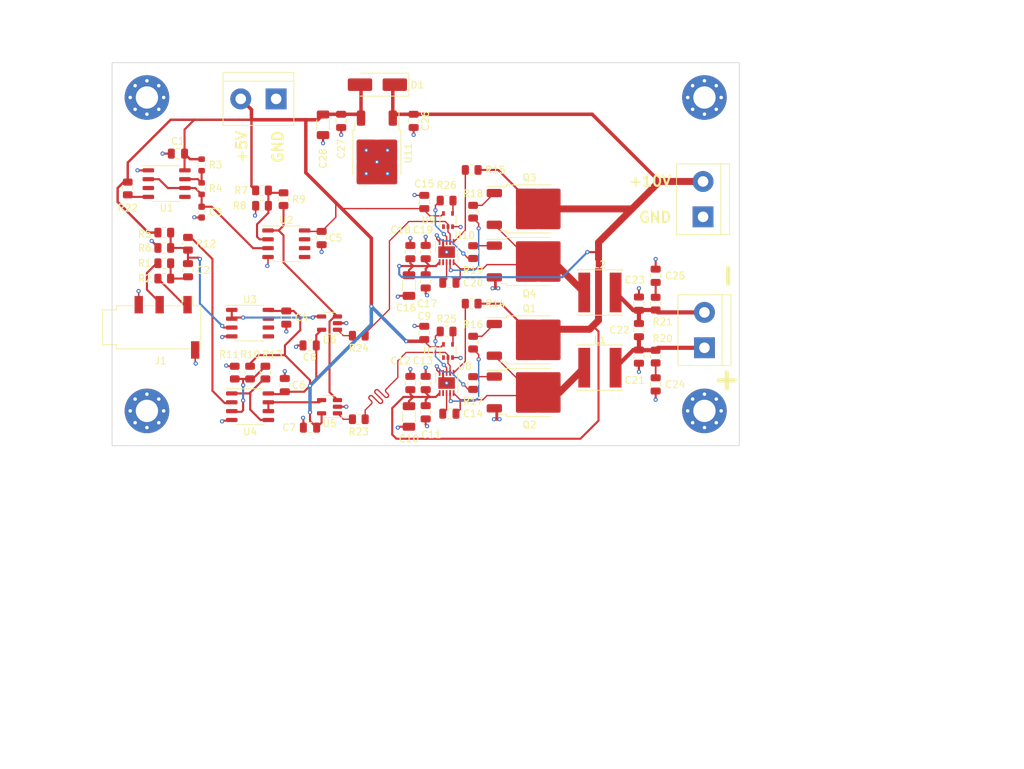
<source format=kicad_pcb>
(kicad_pcb (version 20221018) (generator pcbnew)
  (layers (0 "F.Cu" signal) (1 "In1.Cu" signal) (2 "In2.Cu" signal) (31 "B.Cu" signal) (34 "B.Paste" user) (35 "F.Paste" user) (36 "B.SilkS" user "B.Silkscreen") (37 "F.SilkS" user "F.Silkscreen") (38 "B.Mask" user) (39 "F.Mask" user) (44 "Edge.Cuts" user))
  (net 0 "")
  (net 1 "+5V")
  (net 2 "GND")
  (net 3 "Net-(C2-Pad1)")
  (net 4 "Net-(U4A-+)")
  (net 5 "Net-(U1-THR)")
  (net 6 "+10V")
  (net 7 "Net-(U8-VB)")
  (net 8 "Net-(U10-VB)")
  (net 9 "/OUT+")
  (net 10 "/OUT-")
  (net 11 "Net-(C24-Pad2)")
  (net 12 "Net-(C25-Pad1)")
  (net 13 "Net-(J1-PadR1)")
  (net 14 "Net-(J1-PadT)")
  (net 15 "Net-(Q1-G)")
  (net 16 "Net-(Q2-G)")
  (net 17 "Net-(Q3-G)")
  (net 18 "Net-(Q4-G)")
  (net 19 "Net-(U1-DIS)")
  (net 20 "Net-(U2A--)")
  (net 21 "/TRIANGLE")
  (net 22 "Net-(U3A-+)")
  (net 23 "Net-(U3A--)")
  (net 24 "Net-(U4B-+)")
  (net 25 "/Half Bridge Driver Left/EN")
  (net 26 "/Half Bridge Driver Right/EN")
  (net 27 "Net-(U8-HO)")
  (net 28 "Net-(U8-LO)")
  (net 29 "Net-(U10-HO)")
  (net 30 "Net-(U10-LO)")
  (net 39 "Net-(U4A--)")
  (net 40 "Net-(U4B--)")
  (net 41 "/Half Bridge Driver Left/PWM")
  (net 42 "/Half Bridge Driver Right/PWM")
  (net 43 "Net-(U8-LIN)")
  (net 45 "Net-(U10-LIN)")
  (net 47 "/LOAD+")
  (net 48 "/LOAD-")
  (net 49 "Net-(U1-R)")
  (net 50 "Net-(R23-Pad1)")
  (net 51 "Net-(R24-Pad1)")
  (net 52 "Net-(R25-Pad1)")
  (net 53 "Net-(R26-Pad1)")
  (footprint "Capacitor_SMD:C_0805_2012Metric" (layer "F.Cu") (at 145 110 90)
    (fp_text reference "C13")
    (fp_text value "100nF" hide)
  )
  (footprint "Capacitor_SMD:C_0805_2012Metric" (layer "F.Cu") (at 148.4 114.4)
    (fp_text reference "C14")
    (fp_text value "330nF" hide)
  )
  (footprint "Capacitor_SMD:C_0805_2012Metric" (layer "F.Cu") (at 124.7825 110.3 90)
    (fp_text reference "C6")
    (fp_text value "100nF" hide)
  )
  (footprint "Package_DFN_QFN:DFN-10-1EP_3x3mm_P0.5mm_EP1.65x2.38mm" (layer "F.Cu") (at 148 110 90)
    (fp_text reference "U8")
    (fp_text value "DGD05473" hide)
  )
  (footprint "Resistor_SMD:R_0805_2012Metric" (layer "F.Cu") (at 178 98.6 90)
    (fp_text reference "R21")
    (fp_text value "9R1" hide)
  )
  (footprint "Package_TO_SOT_SMD:TO-252-2" (layer "F.Cu") (at 159.89 111.35)
    (fp_text reference "Q2")
    (fp_text value "IRFR4615TRLPBF" hide)
  )
  (footprint "Resistor_SMD:R_0805_2012Metric" (layer "F.Cu") (at 178 106.2 90)
    (fp_text reference "R20")
    (fp_text value "9R1" hide)
  )
  (footprint "Resistor_SMD:R_0805_2012Metric" (layer "F.Cu") (at 122 108.5 -90)
    (fp_text reference "R13")
    (fp_text value "100K" hide)
  )
  (footprint "Capacitor_SMD:C_0805_2012Metric" (layer "F.Cu") (at 178 94.6 90)
    (fp_text reference "C25")
    (fp_text value "100nF" hide)
  )
  (footprint "Resistor_SMD:R_0805_2012Metric" (layer "F.Cu") (at 151.8 85.4 90)
    (fp_text reference "R18")
    (fp_text value "9R1" hide)
  )
  (footprint "MountingHole:MountingHole_3.2mm_M3_Pad_Via" (layer "F.Cu") (at 185 114)
    (fp_text reference "H3" hide)
    (fp_text value "MountingHole_Pad" hide)
  )
  (footprint "Capacitor_SMD:C_0805_2012Metric" (layer "F.Cu") (at 175.6 106.2 90)
    (fp_text reference "C21")
    (fp_text value "22nF" hide)
  )
  (footprint "Resistor_SMD:R_0805_2012Metric" (layer "F.Cu") (at 124.6 83.6 -90)
    (fp_text reference "R9")
    (fp_text value "100K" hide)
  )
  (footprint "Capacitor_SMD:C_0805_2012Metric" (layer "F.Cu") (at 128.35 104.6 180)
    (fp_text reference "C8")
    (fp_text value "100nF" hide)
  )
  (footprint "Capacitor_SMD:C_0805_2012Metric" (layer "F.Cu") (at 148.4 95.6)
    (fp_text reference "C20")
    (fp_text value "330nF" hide)
  )
  (footprint "Package_TO_SOT_SMD:SOT-23-5" (layer "F.Cu") (at 131.2 101.4 180)
    (fp_text reference "U6")
    (fp_text value "TLV3201" hide)
  )
  (footprint "Resistor_SMD:R_0805_2012Metric" (layer "F.Cu") (at 102.247893 82.06 -90)
    (fp_text reference "R22")
    (fp_text value "10K" hide)
  )
  (footprint "TerminalBlock:TerminalBlock_bornier-2_P5.08mm" (layer "F.Cu") (at 123.54 69.2 180)
    (fp_text reference "J2" hide)
    (fp_text value "WJ500V-5.08-2P" hide)
  )
  (footprint "Resistor_SMD:R_0805_2012Metric" (layer "F.Cu") (at 151.8 91.2 90)
    (fp_text reference "R19")
    (fp_text value "9R1" hide)
  )
  (footprint "Capacitor_SMD:C_0805_2012Metric" (layer "F.Cu") (at 128.4 116.4 180)
    (fp_text reference "C7")
    (fp_text value "100nF" hide)
  )
  (footprint "Capacitor_SMD:C_0805_2012Metric" (layer "F.Cu") (at 145 95.4 -90)
    (fp_text reference "C17")
    (fp_text value "100nF" hide)
  )
  (footprint "Resistor_SMD:R_0805_2012Metric" (layer "F.Cu") (at 151.8 104.2 90)
    (fp_text reference "R16")
    (fp_text value "9R1" hide)
  )
  (footprint "Resistor_SMD:R_0805_2012Metric" (layer "F.Cu") (at 107.4875 95)
    (fp_text reference "R2")
    (fp_text value "100R" hide)
  )
  (footprint "MountingHole:MountingHole_3.2mm_M3_Pad_Via" (layer "F.Cu") (at 105 69)
    (fp_text reference "H1" hide)
    (fp_text value "MountingHole_Pad" hide)
  )
  (footprint "Resistor_SMD:R_0805_2012Metric" (layer "F.Cu") (at 107.4875 88.4)
    (fp_text reference "R5")
    (fp_text value "10K" hide)
  )
  (footprint "Capacitor_SMD:C_0805_2012Metric" (layer "F.Cu") (at 143.27 72.36 -90)
    (fp_text reference "C26")
    (fp_text value "330nF" hide)
  )
  (footprint "Capacitor_SMD:C_0805_2012Metric" (layer "F.Cu") (at 175.6 102.4 90)
    (fp_text reference "C22")
    (fp_text value "330nF" hide)
  )
  (footprint "Resistor_SMD:R_0603_1608Metric" (layer "F.Cu") (at 112.847893 82.085 -90)
    (fp_text reference "R4")
    (fp_text value "100K" hide)
  )
  (footprint "Capacitor_SMD:C_0805_2012Metric" (layer "F.Cu") (at 125 100.6 -90)
    (fp_text reference "C4")
    (fp_text value "100nF" hide)
  )
  (footprint "Capacitor_SMD:C_0805_2012Metric" (layer "F.Cu") (at 175.6 98.6 90)
    (fp_text reference "C23")
    (fp_text value "22nF" hide)
  )
  (footprint "Package_TO_SOT_SMD:TO-252-2" (layer "F.Cu") (at 159.89 85)
    (fp_text reference "Q3")
    (fp_text value "IRFR4615TRLPBF" hide)
  )
  (footprint "Resistor_SMD:R_0805_2012Metric" (layer "F.Cu") (at 135.4 103.2)
    (fp_text reference "R24")
    (fp_text value "50R" hide)
  )
  (footprint "Resistor_SMD:R_0805_2012Metric" (layer "F.Cu") (at 148 83.8 180)
    (fp_text reference "R26")
    (fp_text value "50R" hide)
  )
  (footprint "MountingHole:MountingHole_3.2mm_M3_Pad_Via" (layer "F.Cu") (at 105 114)
    (fp_text reference "H4" hide)
    (fp_text value "MountingHole_Pad" hide)
  )
  (footprint "Capacitor_SMD:C_1206_3216Metric" (layer "F.Cu") (at 142.6 96 -90)
    (fp_text reference "C16")
    (fp_text value "4.7uF" hide)
  )
  (footprint "Package_TO_SOT_SMD:SOT-23-5" (layer "F.Cu") (at 131.2 113.4 180)
    (fp_text reference "U5")
    (fp_text value "TLV3201" hide)
  )
  (footprint "Resistor_SMD:R_0805_2012Metric" (layer "F.Cu") (at 148 102.6 180)
    (fp_text reference "R25")
    (fp_text value "50R" hide)
  )
  (footprint "Resistor_SMD:R_0805_2012Metric" (layer "F.Cu") (at 135.4 115.2)
    (fp_text reference "R23")
    (fp_text value "50R" hide)
  )
  (footprint "Resistor_SMD:R_0805_2012Metric" (layer "F.Cu") (at 117.6 108.5 90)
    (fp_text reference "R11")
    (fp_text value "10K" hide)
  )
  (footprint "TerminalBlock:TerminalBlock_bornier-2_P5.08mm" (layer "F.Cu") (at 184.8 86.14 90)
    (fp_text reference "J3" hide)
    (fp_text value "WJ500V-5.08-2P" hide)
  )
  (footprint "MountingHole:MountingHole_3.2mm_M3_Pad_Via" (layer "F.Cu") (at 185 69)
    (fp_text reference "H2" hide)
    (fp_text value "MountingHole_Pad" hide)
  )
  (footprint "Capacitor_SMD:C_1206_3216Metric" (layer "F.Cu") (at 142.6 114.8 -90)
    (fp_text reference "C10")
    (fp_text value "4.7uF" hide)
  )
  (footprint "Capacitor_SMD:C_0805_2012Metric" (layer "F.Cu") (at 142.8 91.2 90)
    (fp_text reference "C18")
    (fp_text value "100nF" hide)
  )
  (footprint "Capacitor_SMD:C_0805_2012Metric" (layer "F.Cu") (at 144.8 84 90)
    (fp_text reference "C15")
    (fp_text value "100nF" hide)
  )
  (footprint "Inductor_SMD:L_Sunlord_SWPA6045S" (layer "F.Cu") (at 170 107.8)
    (fp_text reference "L1")
    (fp_text value "22uH" hide)
  )
  (footprint "Resistor_SMD:R_0805_2012Metric" (layer "F.Cu") (at 119.8 108.5 -90)
    (fp_text reference "R10")
    (fp_text value "10K" hide)
  )
  (footprint "Resistor_SMD:R_0805_2012Metric" (layer "F.Cu") (at 107.4875 90.6 180)
    (fp_text reference "R6")
    (fp_text value "10K" hide)
  )
  (footprint "Diode_SMD:D_SMA_Handsoldering" (layer "F.Cu") (at 138.07 67.16 180)
    (fp_text reference "D1")
    (fp_text value "SS54" hide)
  )
  (footprint "Resistor_SMD:R_0805_2012Metric" (layer "F.Cu") (at 151.8 110 90)
    (fp_text reference "R17")
    (fp_text value "9R1" hide)
  )
  (footprint "Package_TO_SOT_SMD:TO-252-2" (layer "F.Cu") (at 159.89 103.8)
    (fp_text reference "Q1")
    (fp_text value "IRFR4615TRLPBF" hide)
  )
  (footprint "Package_TO_SOT_SMD:SOT-353_SC-70-5" (layer "F.Cu") (at 148.2 86.6 90)
    (fp_text reference "U9")
    (fp_text value "74LVC1G04SE" hide)
  )
  (footprint "Package_SO:SOP-8_3.9x4.9mm_P1.27mm" (layer "F.Cu") (at 119.8 113.4)
    (fp_text reference "U4")
    (fp_text value "COS2353SR" hide)
  )
  (footprint "Package_TO_SOT_SMD:SOT-353_SC-70-5" (layer "F.Cu") (at 148.2 105.4 90)
    (fp_text reference "U7")
    (fp_text value "74LVC1G04SE" hide)
  )
  (footprint "Resistor_SMD:R_0805_2012Metric" (layer "F.Cu") (at 121.5125 82.34375)
    (fp_text reference "R7")
    (fp_text value "226K" hide)
  )
  (footprint "Capacitor_SMD:C_0805_2012Metric" (layer "F.Cu") (at 144.8 102.8 90)
    (fp_text reference "C9")
    (fp_text value "100nF" hide)
  )
  (footprint "Resistor_SMD:R_0805_2012Metric" (layer "F.Cu") (at 107.4875 92.8)
    (fp_text reference "R1")
    (fp_text value "100R" hide)
  )
  (footprint "Resistor_SMD:R_0805_2012Metric" (layer "F.Cu") (at 121.5125 84.54375 180)
    (fp_text reference "R8")
    (fp_text value "226K" hide)
  )
  (footprint "TerminalBlock:TerminalBlock_bornier-2_P5.08mm" (layer "F.Cu") (at 185 104.94 90)
    (fp_text reference "J4" hide)
    (fp_text value "WJ500V-5.08-2P" hide)
  )
  (footprint "Package_SO:SOP-8_3.9x4.9mm_P1.27mm" (layer "F.Cu") (at 125 90)
    (fp_text reference "U2")
    (fp_text value "COS2353SR" hide)
  )
  (footprint "Capacitor_SMD:C_0603_1608Metric" (layer "F.Cu") (at 112.847893 85.46 -90)
    (fp_text reference "C3")
    (fp_text value "27pF" hide)
  )
  (footprint "Inductor_SMD:L_Sunlord_SWPA6045S" (layer "F.Cu") (at 170 97)
    (fp_text reference "L2")
    (fp_text value "22uH" hide)
  )
  (footprint "Resistor_SMD:R_0805_2012Metric" (layer "F.Cu") (at 151.6 98.6 180)
    (fp_text reference "R14")
    (fp_text value "10K" hide)
  )
  (footprint "Package_TO_SOT_SMD:TO-252-2" (layer "F.Cu") (at 159.89 92.55)
    (fp_text reference "Q4")
    (fp_text value "IRFR4615TRLPBF" hide)
  )
  (footprint "Resistor_SMD:R_0805_2012Metric" (layer "F.Cu") (at 110.8875 90 90)
    (fp_text reference "R12")
    (fp_text value "100K" hide)
  )
  (footprint "Package_TO_SOT_SMD:TO-252-2" (layer "F.Cu") (at 138 77 -90)
    (fp_text reference "U11")
    (fp_text value "LDO_L78M05CDT_SOT89" hide)
  )
  (footprint "Capacitor_SMD:C_0805_2012Metric" (layer "F.Cu") (at 109.447893 77.06 180)
    (fp_text reference "C1")
    (fp_text value "100nF" hide)
  )
  (footprint "Capacitor_SMD:C_0805_2012Metric" (layer "F.Cu") (at 130.065 89.18 -90)
    (fp_text reference "C5")
    (fp_text value "100nF" hide)
  )
  (footprint "Capacitor_SMD:C_1206_3216Metric" (layer "F.Cu") (at 130.27 72.92 -90)
    (fp_text reference "C28")
    (fp_text value "4.7uF" hide)
  )
  (footprint "Connector_Audio:Jack_3.5mm_PJ320D_Horizontal" (layer "F.Cu") (at 107 102)
    (fp_text reference "J1")
    (fp_text value "PJ-320D" hide)
  )
  (footprint "Package_SO:SOP-8_3.9x4.9mm_P1.27mm" (layer "F.Cu") (at 107.822893 81.365)
    (fp_text reference "U1")
    (fp_text value "LMC555M" hide)
  )
  (footprint "Capacitor_SMD:C_0805_2012Metric" (layer "F.Cu") (at 142.8 110 90)
    (fp_text reference "C12")
    (fp_text value "100nF" hide)
  )
  (footprint "Package_SO:SOP-8_3.9x4.9mm_P1.27mm" (layer "F.Cu") (at 119.8 101.4)
    (fp_text reference "U3")
    (fp_text value "COS2353SR" hide)
  )
  (footprint "Capacitor_SMD:C_0805_2012Metric" (layer "F.Cu") (at 145 91.2 90)
    (fp_text reference "C19")
    (fp_text value "100nF" hide)
  )
  (footprint "Capacitor_SMD:C_0805_2012Metric" (layer "F.Cu") (at 145 114.2 -90)
    (fp_text reference "C11")
    (fp_text value "100nF" hide)
  )
  (footprint "Resistor_SMD:R_0805_2012Metric" (layer "F.Cu") (at 151.6 79.4 180)
    (fp_text reference "R15")
    (fp_text value "10K" hide)
  )
  (footprint "Package_DFN_QFN:DFN-10-1EP_3x3mm_P0.5mm_EP1.65x2.38mm" (layer "F.Cu") (at 148 91.2 90)
    (fp_text reference "U10")
    (fp_text value "DGD05473" hide)
  )
  (footprint "Capacitor_SMD:C_0805_2012Metric" (layer "F.Cu") (at 132.87 72.36 -90)
    (fp_text reference "C27")
    (fp_text value "100nF" hide)
  )
  (footprint "Resistor_SMD:R_0603_1608Metric" (layer "F.Cu") (at 112.847893 78.685 -90)
    (fp_text reference "R3")
    (fp_text value "4K7" hide)
  )
  (footprint "Capacitor_SMD:C_0805_2012Metric" (layer "F.Cu") (at 110.8875 93.8 90)
    (fp_text reference "C2")
    (fp_text value "100nF" hide)
  )
  (footprint "Capacitor_SMD:C_0805_2012Metric" (layer "F.Cu") (at 178 110.2 90)
    (fp_text reference "C24")
    (fp_text value "100nF" hide)
  )
  (gr_rect locked (start 100 64) (end 190 119) (stroke (width 0.1)) (fill none) (layer "Edge.Cuts"))
  (gr_text "+10V" (at 180.4 81) (layer "F.SilkS") (effects (font (size 1.5 1.5) (thickness 0.3) bold) (justify right)))
  (gr_text "+" (at 188.2 109.4) (layer "F.SilkS") (effects (font (size 3 3) (thickness 0.6) bold)))
  (gr_text "+5V" (at 118.6 73.6 90) (layer "F.SilkS") (effects (font (size 1.5 1.5) (thickness 0.3) bold) (justify right)))
  (gr_text "GND" (at 123.8 73.6 90) (layer "F.SilkS") (effects (font (size 1.5 1.5) (thickness 0.3) bold) (justify right)))
  (gr_text "GND" (at 180.4 86.2) (layer "F.SilkS") (effects (font (size 1.5 1.5) (thickness 0.3) bold) (justify right)))
  (gr_text "-" (at 188.2 94.6 90) (layer "F.SilkS") (effects (font (size 3 3) (thickness 0.6) bold)))
  (segment (start 121 106) (end 119.8 107.2) (width 0.3) (layer "F.Cu") (net 1))
  (segment (start 128.4 109.6) (end 124.8 106) (width 0.3) (layer "F.Cu") (net 1))
  (segment (start 128.4 110.4) (end 128.4 109.6) (width 0.3) (layer "F.Cu") (net 1))
  (segment (start 147.2 104.8) (end 147.55 104.45) (width 0.2) (layer "F.Cu") (net 1))
  (segment (start 129.3 104.6) (end 129.3 103.1125) (width 0.3) (layer "F.Cu") (net 1))
  (segment (start 124.8 106) (end 121 106) (width 0.3) (layer "F.Cu") (net 1))
  (segment (start 129.3 109.5) (end 129.3 104.6) (width 0.3) (layer "F.Cu") (net 1))
  (segment (start 130.0625 115.6875) (end 130.0625 114.35) (width 0.3) (layer "F.Cu") (net 1))
  (segment (start 110.397893 77.06) (end 110.397893 73.602107) (width 0.3) (layer "F.Cu") (net 1))
  (segment (start 120 72.2) (end 120 70.74) (width 0.5) (layer "F.Cu") (net 1))
  (segment (start 144.8 85.2) (end 145.6 86) (width 0.2) (layer "F.Cu") (net 1))
  (segment (start 110.397893 79.41) (end 110.447893 79.46) (width 0.3) (layer "F.Cu") (net 1))
  (segment (start 144.8 84.95) (end 144.8 85.2) (width 0.2) (layer "F.Cu") (net 1))
  (segment (start 128.4 115.45) (end 129.35 116.4) (width 0.3) (layer "F.Cu") (net 1))
  (segment (start 127.8 79.8) (end 132.1 84.1) (width 0.5) (layer "F.Cu") (net 1))
  (segment (start 119.8 107.2) (end 119.8 107.5875) (width 0.3) (layer "F.Cu") (net 1))
  (segment (start 127.8 72.2) (end 127.8 79.8) (width 0.5) (layer "F.Cu") (net 1))
  (segment (start 129.35 116.4) (end 130.0625 115.6875) (width 0.3) (layer "F.Cu") (net 1))
  (segment (start 130.305 71.41) (end 130.27 71.445) (width 0.5) (layer "F.Cu") (net 1))
  (segment (start 132.1 86.195) (end 132.1 84.1) (width 0.2) (layer "F.Cu") (net 1))
  (segment (start 129.515 72.2) (end 127.8 72.2) (width 0.5) (layer "F.Cu") (net 1))
  (segment (start 135.17 71.41) (end 132.87 71.41) (width 0.5) (layer "F.Cu") (net 1))
  (segment (start 132.1 84.1) (end 132.9 84.9) (width 0.5) (layer "F.Cu") (net 1))
  (segment (start 120 81.74375) (end 120 72.2) (width 0.35) (layer "F.Cu") (net 1))
  (segment (start 102.247893 78.352107) (end 102.247893 81.1475) (width 0.35) (layer "F.Cu") (net 1))
  (segment (start 124.8 104.6) (end 127 102.4) (width 0.3) (layer "F.Cu") (net 1))
  (segment (start 130.27 71.445) (end 129.515 72.2) (width 0.5) (layer "F.Cu") (net 1))
  (segment (start 145.6 86) (end 147.2 86) (width 0.2) (layer "F.Cu") (net 1))
  (segment (start 145.6 104.8) (end 147.2 104.8) (width 0.2) (layer "F.Cu") (net 1))
  (segment (start 110.397893 73.602107) (end 111.8 72.2) (width 0.3) (layer "F.Cu") (net 1))
  (segment (start 127 102.4) (end 127 100.6) (width 0.3) (layer "F.Cu") (net 1))
  (segment (start 144.8 104) (end 145.6 104.8) (width 0.2) (layer "F.Cu") (net 1))
  (segment (start 124.4375 111.595) (end 122.425 111.595) (width 0.3) (layer "F.Cu") (net 1))
  (segment (start 100.8 84) (end 105.2 88.4) (width 0.35) (layer "F.Cu") (net 1))
  (segment (start 111.8 72.2) (end 108.4 72.2) (width 0.35) (layer "F.Cu") (net 1))
  (segment (start 124.7825 111.25) (end 124.4375 111.595) (width 0.3) (layer "F.Cu") (net 1))
  (segment (start 129.3 103.1125) (end 130.0625 102.35) (width 0.3) (layer "F.Cu") (net 1))
  (segment (start 132.87 71.41) (end 130.305 71.41) (width 0.5) (layer "F.Cu") (net 1))
  (segment (start 127.76 88.23) (end 127.625 88.095) (width 0.2) (layer "F.Cu") (net 1))
  (segment (start 135.72 71.96) (end 135.17 71.41) (width 0.5) (layer "F.Cu") (net 1))
  (segment (start 132.9 84.9) (end 137.2 89.2) (width 0.5) (layer "F.Cu") (net 1))
  (segment (start 110.397893 77.06) (end 110.397893 79.41) (width 0.3) (layer "F.Cu") (net 1))
  (segment (start 144.8 103.75) (end 144.8 104) (width 0.2) (layer "F.Cu") (net 1))
  (segment (start 124.8 106) (end 124.8 104.6) (width 0.3) (layer "F.Cu") (net 1))
  (segment (start 122.58 99.65) (end 122.425 99.495) (width 0.3) (layer "F.Cu") (net 1))
  (segment (start 101.6525 81.1475) (end 100.8 82) (width 0.35) (layer "F.Cu") (net 1))
  (segment (start 130.065 88.23) (end 132.1 86.195) (width 0.2) (layer "F.Cu") (net 1))
  (segment (start 120.6 82.34375) (end 120 81.74375) (width 0.35) (layer "F.Cu") (net 1))
  (segment (start 111.197893 77.86) (end 110.397893 77.06) (width 0.35) (layer "F.Cu") (net 1))
  (segment (start 127.8 72.2) (end 120 72.2) (width 0.5) (layer "F.Cu") (net 1))
  (segment (start 118.2 72.2) (end 111.8 72.2) (width 0.35) (layer "F.Cu") (net 1))
  (segment (start 144.55 104) (end 144.8 103.75) (width 0.5) (layer "F.Cu") (net 1))
  (segment (start 128.4 110.4) (end 129.3 109.5) (width 0.3) (layer "F.Cu") (net 1))
  (segment (start 125 99.65) (end 122.58 99.65) (width 0.3) (layer "F.Cu") (net 1))
  (segment (start 126.05 99.65) (end 125 99.65) (width 0.3) (layer "F.Cu") (net 1))
  (segment (start 144.8 84.95) (end 132.95 84.95) (width 0.2) (layer "F.Cu") (net 1))
  (segment (start 135.72 71.96) (end 135.72 67.31) (width 0.5) (layer "F.Cu") (net 1))
  (segment (start 120 70.74) (end 118.46 69.2) (width 0.5) (layer "F.Cu") (net 1))
  (segment (start 130.065 88.23) (end 127.76 88.23) (width 0.2) (layer "F.Cu") (net 1))
  (segment (start 142.2 104) (end 144.55 104) (width 0.5) (layer "F.Cu") (net 1))
  (segment (start 112.847893 77.86) (end 111.197893 77.86) (width 0.35) (layer "F.Cu") (net 1))
  (segment (start 128.4 110.4) (end 127.55 111.25) (width 0.3) (layer "F.Cu") (net 1))
  (segment (start 147.2 86) (end 147.55 85.65) (width 0.2) (layer "F.Cu") (net 1))
  (segment (start 108.4 72.2) (end 102.247893 78.352107) (width 0.35) (layer "F.Cu") (net 1))
  (segment (start 100.8 82) (end 100.8 84) (width 0.35) (layer "F.Cu") (net 1))
  (segment (start 135.72 67.31) (end 135.57 67.16) (width 0.5) (layer "F.Cu") (net 1))
  (segment (start 105.2 88.4) (end 106.575 88.4) (width 0.35) (layer "F.Cu") (net 1))
  (segment (start 128.4 114.2) (end 128.4 115.45) (width 0.3) (layer "F.Cu") (net 1))
  (segment (start 102.247893 81.1475) (end 101.6525 81.1475) (width 0.35) (layer "F.Cu") (net 1))
  (segment (start 137.2 89.2) (end 137.2 99) (width 0.5) (layer "F.Cu") (net 1))
  (segment (start 132.95 84.95) (end 132.9 84.9) (width 0.2) (layer "F.Cu") (net 1))
  (segment (start 127.55 111.25) (end 124.7825 111.25) (width 0.3) (layer "F.Cu") (net 1))
  (segment (start 120 72.2) (end 118.2 72.2) (width 0.35) (layer "F.Cu") (net 1))
  (segment (start 127 100.6) (end 126.05 99.65) (width 0.3) (layer "F.Cu") (net 1))
  (via (at 137.2 99) (size 0.6) (drill 0.3) (layers "F.Cu" "B.Cu") (net 1))
  (via (at 142.2 104) (size 0.6) (drill 0.3) (layers "F.Cu" "B.Cu") (net 1))
  (via (at 128.4 110.4) (size 0.6) (drill 0.3) (layers "F.Cu" "B.Cu") (net 1))
  (via (at 128.4 114.2) (size 0.6) (drill 0.3) (layers "F.Cu" "B.Cu") (net 1))
  (segment (start 129.6 109.2) (end 128.4 110.4) (width 0.5) (layer "B.Cu") (net 1))
  (segment (start 137.2 99) (end 137.2 101.6) (width 0.5) (layer "B.Cu") (net 1))
  (segment (start 137.2 101.6) (end 129.6 109.2) (width 0.5) (layer "B.Cu") (net 1))
  (segment (start 137.2 99) (end 142.2 104) (width 0.5) (layer "B.Cu") (net 1))
  (segment (start 128.4 110.4) (end 128.4 114.2) (width 0.5) (layer "B.Cu") (net 1))
  (segment (start 149.95 106.35) (end 150 106.4) (width 0.2) (layer "F.Cu") (net 2))
  (segment (start 103.825 96.825) (end 103.8 96.8) (width 0.2) (layer "F.Cu") (net 2))
  (segment (start 145 97.2) (end 145.2 97.4) (width 0.3) (layer "F.Cu") (net 2))
  (segment (start 130.27 74.395) (end 130.27 75.56) (width 0.3) (layer "F.Cu") (net 2))
  (segment (start 127.45 116.4) (end 127.45 115.05) (width 0.3) (layer "F.Cu") (net 2))
  (segment (start 155.2 113.98) (end 154.85 113.63) (width 0.4) (layer "F.Cu") (net 2))
  (segment (start 145 115.15) (end 145 116) (width 0.3) (layer "F.Cu") (net 2))
  (segment (start 144.8 101.85) (end 143.45 101.85) (width 0.2) (layer "F.Cu") (net 2))
  (segment (start 145 96.35) (end 145 97.2) (width 0.3) (layer "F.Cu") (net 2))
  (segment (start 111.925 107.125) (end 112 107.2) (width 0.2) (layer "F.Cu") (net 2))
  (segment (start 144.8 83.05) (end 143.45 83.05) (width 0.2) (layer "F.Cu") (net 2))
  (segment (start 155.2 115.2) (end 155.6 115.2) (width 0.4) (layer "F.Cu") (net 2))
  (segment (start 106.575 90.4875) (end 105.6875 89.6) (width 0.3) (layer "F.Cu") (net 2))
  (segment (start 143.45 83.05) (end 143.4 83) (width 0.2) (layer "F.Cu") (net 2))
  (segment (start 155 96.4) (end 155 95.18) (width 0.4) (layer "F.Cu") (net 2))
  (segment (start 141.125 97.475) (end 142.6 97.475) (width 0.3) (layer "F.Cu") (net 2))
  (segment (start 132.3375 113.4) (end 133.6 113.4) (width 0.3) (layer "F.Cu") (net 2))
  (segment (start 178 93.65) (end 178 92.2) (width 0.3) (layer "F.Cu") (net 2))
  (segment (start 143.27 73.31) (end 143.27 74.36) (width 0.3) (layer "F.Cu") (net 2))
  (segment (start 145 90.25) (end 145 89) (width 0.3) (layer "F.Cu") (net 2))
  (segment (start 143.45 101.85) (end 143.4 101.8) (width 0.2) (layer "F.Cu") (net 2))
  (segment (start 145 109.05) (end 145 107.8) (width 0.3) (layer "F.Cu") (net 2))
  (segment (start 125 101.55) (end 125 102.6) (width 0.3) (layer "F.Cu") (net 2))
  (segment (start 117.175 103.305) (end 115.895 103.305) (width 0.3) (layer "F.Cu") (net 2))
  (segment (start 141.125 116.275) (end 142.6 116.275) (width 0.3) (layer "F.Cu") (net 2))
  (segment (start 120.6 84.54375) (end 120.6 85.85625) (width 0.2) (layer "F.Cu") (net 2))
  (segment (start 155 96.4) (end 155.4 96.4) (width 0.4) (layer "F.Cu") (net 2))
  (segment (start 148.85 106.35) (end 149.95 106.35) (width 0.2) (layer "F.Cu") (net 2))
  (segment (start 155.2 115.2) (end 155.2 113.98) (width 0.4) (layer "F.Cu") (net 2))
  (segment (start 147.5 109.5) (end 148 110) (width 0.3) (layer "F.Cu") (net 2))
  (segment (start 117.6 107.5875) (end 116.47 107.5875) (width 0.3) (layer "F.Cu") (net 2))
  (segment (start 116.47 107.5875) (end 116.3825 107.5) (width 0.3) (layer "F.Cu") (net 2))
  (segment (start 112.847893 86.235) (end 111.835 86.235) (width 0.3) (layer "F.Cu") (net 2))
  (segment (start 122.375 93.07) (end 122.265 93.18) (width 0.2) (layer "F.Cu") (net 2))
  (segment (start 149.95 87.55) (end 150 87.6) (width 0.2) (layer "F.Cu") (net 2))
  (segment (start 141 97.6) (end 141.125 97.475) (width 0.3) (layer "F.Cu") (net 2))
  (segment (start 124.7825 109.35) (end 124.7825 108.3) (width 0.3) (layer "F.Cu") (net 2))
  (segment (start 142.8 90.25) (end 142.8 89.2) (width 0.3) (layer "F.Cu") (net 2))
  (segment (start 130.065 90.13) (end 130.065 91.18) (width 0.2) (layer "F.Cu") (net 2))
  (segment (start 111.925 105.25) (end 111.925 107.125) (width 0.2) (layer "F.Cu") (net 2))
  (segment (start 126.6 104.6) (end 126.4 104.8) (width 0.3) (layer "F.Cu") (net 2))
  (segment (start 148.85 87.55) (end 149.95 87.55) (width 0.2) (layer "F.Cu") (net 2))
  (segment (start 175.6 97.65) (end 175.6 96.4) (width 0.3) (layer "F.Cu") (net 2))
  (segment (start 108.497893 77.06) (end 107.247893 77.06) (width 0.3) (layer "F.Cu") (net 2))
  (segment (start 147.5 90.7) (end 148 91.2) (width 0.3) (layer "F.Cu") (net 2))
  (segment (start 178 111.15) (end 178 112.4) (width 0.3) (layer "F.Cu") (net 2))
  (segment (start 175.6 107.15) (end 175.6 108.4) (width 0.3) (layer "F.Cu") (net 2))
  (segment (start 106.575 90.6) (end 106.575 90.4875) (width 0.3) (layer "F.Cu") (net 2))
  (segment (start 115.895 103.305) (end 115.8 103.4) (width 0.3) (layer "F.Cu") (net 2))
  (segment (start 115.8775 115.405) (end 115.7825 115.5) (width 0.3) (layer "F.Cu") (net 2))
  (segment (start 154.6 96.4) (end 155 96.4) (width 0.4) (layer "F.Cu") (net 2))
  (segment (start 141 116.4) (end 141.125 116.275) (width 0.3) (layer "F.Cu") (net 2))
  (segment (start 103.825 98.75) (end 103.825 96.825) (width 0.2) (layer "F.Cu") (net 2))
  (segment (start 117.175 115.405) (end 115.8775 115.405) (width 0.3) (layer "F.Cu") (net 2))
  (segment (start 147.5 89.75) (end 147.5 90.7) (width 0.3) (layer "F.Cu") (net 2))
  (segment (start 111.835 86.235) (end 111.8 86.2) (width 0.3) (layer "F.Cu") (net 2))
  (segment (start 120.6 85.85625) (end 120.5125 85.94375) (width 0.2) (layer "F.Cu") (net 2))
  (segment (start 122.375 91.905) (end 122.375 93.07) (width 0.2) (layer "F.Cu") (net 2))
  (segment (start 154.8 115.2) (end 155.2 115.2) (width 0.4) (layer "F.Cu") (net 2))
  (segment (start 127.45 115.05) (end 127.4 115) (width 0.3) (layer "F.Cu") (net 2))
  (segment (start 145 116) (end 145.2 116.2) (width 0.3) (layer "F.Cu") (net 2))
  (segment (start 105.197893 79.46) (end 103.647893 79.46) (width 0.3) (layer "F.Cu") (net 2))
  (segment (start 132.3375 101.4) (end 133.6 101.4) (width 0.3) (layer "F.Cu") (net 2))
  (segment (start 132.87 73.31) (end 132.87 74.36) (width 0.3) (layer "F.Cu") (net 2))
  (segment (start 127.4 104.6) (end 126.6 104.6) (width 0.3) (layer "F.Cu") (net 2))
  (segment (start 147.5 108.55) (end 147.5 109.5) (width 0.3) (layer "F.Cu") (net 2))
  (segment (start 142.8 109.05) (end 142.8 108) (width 0.3) (layer "F.Cu") (net 2))
  (via (at 139.525 79.935) (size 0.6) (drill 0.3) (layers "F.Cu" "B.Cu") (net 2))
  (via (at 145 89) (size 0.6) (drill 0.3) (layers "F.Cu" "B.Cu") (net 2))
  (via (at 138 78.26) (size 0.6) (drill 0.3) (layers "F.Cu" "B.Cu") (net 2))
  (via (at 143.27 74.36) (size 0.6) (drill 0.3) (layers "F.Cu" "B.Cu") (net 2))
  (via (at 143.4 83) (size 0.6) (drill 0.3) (layers "F.Cu" "B.Cu") (net 2))
  (via (at 115.8 103.4) (size 0.6) (drill 0.3) (layers "F.Cu" "B.Cu") (net 2))
  (via (at 175.6 108.4) (size 0.6) (drill 0.3) (layers "F.Cu" "B.Cu") (net 2))
  (via (at 130.27 75.56) (size 0.6) (drill 0.3) (layers "F.Cu" "B.Cu") (net 2))
  (via (at 127.4 115) (size 0.6) (drill 0.3) (layers "F.Cu" "B.Cu") (net 2))
  (via (at 136.475 76.585) (size 0.6) (drill 0.3) (layers "F.Cu" "B.Cu") (net 2))
  (via (at 122.265 93.18) (size 0.6) (drill 0.3) (layers "F.Cu" "B.Cu") (net 2))
  (via (at 141 116.4) (size 0.6) (drill 0.3) (layers "F.Cu" "B.Cu") (net 2))
  (via (at 155.4 96.4) (size 0.6) (drill 0.3) (layers "F.Cu" "B.Cu") (net 2))
  (via (at 142.8 108) (size 0.6) (drill 0.3) (layers "F.Cu" "B.Cu") (net 2))
  (via (at 133.6 113.4) (size 0.6) (drill 0.3) (layers "F.Cu" "B.Cu") (net 2))
  (via (at 154.6 96.4) (size 0.6) (drill 0.3) (layers "F.Cu" "B.Cu") (net 2))
  (via (at 132.87 74.36) (size 0.6) (drill 0.3) (layers "F.Cu" "B.Cu") (net 2))
  (via (at 142.8 89.2) (size 0.6) (drill 0.3) (layers "F.Cu" "B.Cu") (net 2))
  (via (at 145.2 97.4) (size 0.6) (drill 0.3) (layers "F.Cu" "B.Cu") (net 2))
  (via (at 150 106.4) (size 0.6) (drill 0.3) (layers "F.Cu" "B.Cu") (net 2))
  (via (at 111.8 86.2) (size 0.6) (drill 0.3) (layers "F.Cu" "B.Cu") (net 2))
  (via (at 115.7825 115.5) (size 0.6) (drill 0.3) (layers "F.Cu" "B.Cu") (net 2))
  (via (at 126.4 104.8) (size 0.6) (drill 0.3) (layers "F.Cu" "B.Cu") (net 2))
  (via (at 112 107.2) (size 0.6) (drill 0.3) (layers "F.Cu" "B.Cu") (net 2))
  (via (at 145.2 116.2) (size 0.6) (drill 0.3) (layers "F.Cu" "B.Cu") (net 2))
  (via (at 150 87.6) (size 0.6) (drill 0.3) (layers "F.Cu" "B.Cu") (net 2))
  (via (at 154.8 115.2) (size 0.6) (drill 0.3) (layers "F.Cu" "B.Cu") (net 2))
  (via (at 178 112.4) (size 0.6) (drill 0.3) (layers "F.Cu" "B.Cu") (net 2))
  (via (at 141 97.6) (size 0.6) (drill 0.3) (layers "F.Cu" "B.Cu") (net 2))
  (via (at 143.4 101.8) (size 0.6) (drill 0.3) (layers "F.Cu" "B.Cu") (net 2))
  (via (at 155.6 115.2) (size 0.6) (drill 0.3) (layers "F.Cu" "B.Cu") (net 2))
  (via (at 133.6 101.4) (size 0.6) (drill 0.3) (layers "F.Cu" "B.Cu") (net 2))
  (via (at 105.6875 89.6) (size 0.6) (drill 0.3) (layers "F.Cu" "B.Cu") (net 2))
  (via (at 107.247893 77.06) (size 0.6) (drill 0.3) (layers "F.Cu" "B.Cu") (net 2))
  (via (at 145 107.8) (size 0.6) (drill 0.3) (layers "F.Cu" "B.Cu") (net 2))
  (via (at 125 102.6) (size 0.6) (drill 0.3) (layers "F.Cu" "B.Cu") (net 2))
  (via (at 103.647893 79.46) (size 0.6) (drill 0.3) (layers "F.Cu" "B.Cu") (net 2))
  (via (at 178 92.2) (size 0.6) (drill 0.3) (layers "F.Cu" "B.Cu") (net 2))
  (via (at 130.065 91.18) (size 0.6) (drill 0.3) (layers "F.Cu" "B.Cu") (net 2))
  (via (at 175.6 96.4) (size 0.6) (drill 0.3) (layers "F.Cu" "B.Cu") (net 2))
  (via (at 148 91.2) (size 0.6) (drill 0.3) (layers "F.Cu" "B.Cu") (net 2))
  (via (at 136.475 79.935) (size 0.6) (drill 0.3) (layers "F.Cu" "B.Cu") (net 2))
  (via (at 139.525 76.585) (size 0.6) (drill 0.3) (layers "F.Cu" "B.Cu") (net 2))
  (via (at 116.3825 107.5) (size 0.6) (drill 0.3) (layers "F.Cu" "B.Cu") (net 2))
  (via (at 103.8 96.8) (size 0.6) (drill 0.3) (layers "F.Cu" "B.Cu") (net 2))
  (via (at 148 110) (size 0.6) (drill 0.3) (layers "F.Cu" "B.Cu") (net 2))
  (via (at 124.7825 108.3) (size 0.6) (drill 0.3) (layers "F.Cu" "B.Cu") (net 2))
  (via (at 120.5125 85.94375) (size 0.6) (drill 0.3) (layers "F.Cu" "B.Cu") (net 2))
  (segment (start 108.4 92.8) (end 108.4 95) (width 0.3) (layer "F.Cu") (net 3))
  (segment (start 108.4 95) (end 110.6375 95) (width 0.3) (layer "F.Cu") (net 3))
  (segment (start 110.6375 95) (end 110.8875 94.75) (width 0.3) (layer "F.Cu") (net 3))
  (segment (start 120.175 109.4125) (end 122 107.5875) (width 0.3) (layer "F.Cu") (net 4))
  (segment (start 118.8 113.9) (end 118.8 113.3) (width 0.3) (layer "F.Cu") (net 4))
  (segment (start 118.8 110.3) (end 118.8 109.4125) (width 0.3) (layer "F.Cu") (net 4))
  (segment (start 118.565 114.135) (end 118.6 114.1) (width 0.3) (layer "F.Cu") (net 4))
  (segment (start 118.8 113.3) (end 118.8 112.5) (width 0.3) (layer "F.Cu") (net 4))
  (segment (start 118.6 114.1) (end 118.8 113.9) (width 0.3) (layer "F.Cu") (net 4))
  (segment (start 119.8 109.4125) (end 120.175 109.4125) (width 0.3) (layer "F.Cu") (net 4))
  (segment (start 118.8 109.4125) (end 119.8 109.4125) (width 0.3) (layer "F.Cu") (net 4))
  (segment (start 117.6 109.4125) (end 118.8 109.4125) (width 0.3) (layer "F.Cu") (net 4))
  (segment (start 117.175 114.135) (end 118.565 114.135) (width 0.3) (layer "F.Cu") (net 4))
  (via (at 118.8 112.5) (size 0.6) (drill 0.3) (layers "F.Cu" "B.Cu") (net 4))
  (via (at 118.8 110.3) (size 0.6) (drill 0.3) (layers "F.Cu" "B.Cu") (net 4))
  (segment (start 118.8 112.5) (end 118.8 110.3) (width 0.3) (layer "B.Cu") (net 4))
  (segment (start 110.447893 82) (end 108 82) (width 0.3) (layer "F.Cu") (net 5))
  (segment (start 108 82) (end 106.73 80.73) (width 0.3) (layer "F.Cu") (net 5))
  (segment (start 111.937893 82) (end 110.447893 82) (width 0.3) (layer "F.Cu") (net 5))
  (segment (start 114.285 84.685) (end 112.847893 84.685) (width 0.3) (layer "F.Cu") (net 5))
  (segment (start 122.375 90.635) (end 120.235 90.635) (width 0.3) (layer "F.Cu") (net 5))
  (segment (start 106.73 80.73) (end 105.197893 80.73) (width 0.3) (layer "F.Cu") (net 5))
  (segment (start 120.235 90.635) (end 114.285 84.685) (width 0.3) (layer "F.Cu") (net 5))
  (segment (start 112.847893 82.91) (end 111.937893 82) (width 0.3) (layer "F.Cu") (net 5))
  (segment (start 112.847893 84.685) (end 112.847893 82.91) (width 0.3) (layer "F.Cu") (net 5))
  (segment (start 145 111.4) (end 145.6 112) (width 0.3) (layer "F.Cu") (net 6))
  (segment (start 140.83 71.41) (end 140.28 71.96) (width 0.5) (layer "F.Cu") (net 6))
  (segment (start 145 92.6) (end 145.6 93.2) (width 0.3) (layer "F.Cu") (net 6))
  (segment (start 142.6 113.325) (end 142.6 112.6) (width 0.3) (layer "F.Cu") (net 6))
  (segment (start 145.4 112) (end 143.2 112) (width 0.3) (layer "F.Cu") (net 6))
  (segment (start 155.8 98.6) (end 159.475 102.275) (width 0.3) (layer "F.Cu") (net 6))
  (segment (start 146.45 93.2) (end 145.6 93.2) (width 0.3) (layer "F.Cu") (net 6))
  (segment (start 168.89 71.41) (end 143.27 71.41) (width 0.5) (layer "F.Cu") (net 6))
  (segment (start 178.54 81.06) (end 168.89 71.41) (width 0.5) (layer "F.Cu") (net 6))
  (segment (start 145 112.4) (end 145.4 112) (width 0.3) (layer "F.Cu") (net 6))
  (segment (start 167.2 118) (end 140.8 118) (width 0.3) (layer "F.Cu") (net 6))
  (segment (start 141.8 112) (end 143.2 112) (width 0.3) (layer "F.Cu") (net 6))
  (segment (start 174.6 85) (end 161.15 85) (width 1) (layer "F.Cu") (net 6))
  (segment (start 146.45 112) (end 145.6 112) (width 0.3) (layer "F.Cu") (net 6))
  (segment (start 169.8 91.2) (end 169.8 89.8) (width 1) (layer "F.Cu") (net 6))
  (segment (start 147 111.45) (end 146.45 112) (width 0.3) (layer "F.Cu") (net 6))
  (segment (start 140.28 67.45) (end 140.57 67.16) (width 0.5) (layer "F.Cu") (net 6))
  (segment (start 169.8 89.8) (end 174.6 85) (width 1) (layer "F.Cu") (net 6))
  (segment (start 143.2 93.2) (end 141.6 93.2) (width 0.3) (layer "F.Cu") (net 6))
  (segment (start 145.4 93.2) (end 143.2 93.2) (width 0.3) (layer "F.Cu") (net 6))
  (segment (start 169.8 115.4) (end 167.2 118) (width 0.3) (layer "F.Cu") (net 6))
  (segment (start 155.4 79.4) (end 159.475 83.475) (width 0.3) (layer "F.Cu") (net 6))
  (segment (start 142.8 111.6) (end 143.2 112) (width 0.3) (layer "F.Cu") (net 6))
  (segment (start 152.5125 98.6) (end 155.8 98.6) (width 0.3) (layer "F.Cu") (net 6))
  (segment (start 174.6 85) (end 178.54 81.06) (width 1) (layer "F.Cu") (net 6))
  (segment (start 145 110.95) (end 145 111.4) (width 0.3) (layer "F.Cu") (net 6))
  (segment (start 169 101.8) (end 169.8 102.6) (width 0.3) (layer "F.Cu") (net 6))
  (segment (start 147 92.65) (end 146.45 93.2) (width 0.3) (layer "F.Cu") (net 6))
  (segment (start 140.8 118) (end 140.2 117.4) (width 0.3) (layer "F.Cu") (net 6))
  (segment (start 140.28 71.96) (end 140.28 67.45) (width 0.5) (layer "F.Cu") (net 6))
  (segment (start 142.8 92.8) (end 143.2 93.2) (width 0.3) (layer "F.Cu") (net 6))
  (segment (start 169.8 101) (end 169.8 91.2) (width 1) (layer "F.Cu") (net 6))
  (segment (start 140.2 117.4) (end 140.2 113.6) (width 0.3) (layer "F.Cu") (net 6))
  (segment (start 145 93.6) (end 145.4 93.2) (width 0.3) (layer "F.Cu") (net 6))
  (segment (start 142.6 94.525) (end 142.6 93.8) (width 0.3) (layer "F.Cu") (net 6))
  (segment (start 168.2 91.2) (end 169.8 91.2) (width 0.3) (layer "F.Cu") (net 6))
  (segment (start 145 113.25) (end 145 112.4) (width 0.3) (layer "F.Cu") (net 6))
  (segment (start 141.6 93.2) (end 141.2 93.2) (width 0.3) (layer "F.Cu") (net 6))
  (segment (start 142.6 93.8) (end 143.2 93.2) (width 0.3) (layer "F.Cu") (net 6))
  (segment (start 145 94.45) (end 145 93.6) (width 0.3) (layer "F.Cu") (net 6))
  (segment (start 145.6 93.2) (end 145.4 93.2) (width 0.3) (layer "F.Cu") (net 6))
  (segment (start 169 101.8) (end 169.8 101) (width 1) (layer "F.Cu") (net 6))
  (segment (start 140.2 113.6) (end 141.8 112) (width 0.3) (layer "F.Cu") (net 6))
  (segment (start 162.825 102.275) (end 168.525 102.275) (width 1) (layer "F.Cu") (net 6))
  (segment (start 168.525 102.275) (end 169 101.8) (width 1) (layer "F.Cu") (net 6))
  (segment (start 178.54 81.06) (end 184.8 81.06) (width 1) (layer "F.Cu") (net 6))
  (segment (start 169.8 102.6) (end 169.8 115.4) (width 0.3) (layer "F.Cu") (net 6))
  (segment (start 142.8 110.95) (end 142.8 111.6) (width 0.3) (layer "F.Cu") (net 6))
  (segment (start 145 92.15) (end 145 92.6) (width 0.3) (layer "F.Cu") (net 6))
  (segment (start 143.27 71.41) (end 140.83 71.41) (width 0.5) (layer "F.Cu") (net 6))
  (segment (start 142.6 112.6) (end 143.2 112) (width 0.3) (layer "F.Cu") (net 6))
  (segment (start 152.5125 79.4) (end 155.4 79.4) (width 0.3) (layer "F.Cu") (net 6))
  (segment (start 145.6 112) (end 145.4 112) (width 0.3) (layer "F.Cu") (net 6))
  (segment (start 142.8 92.15) (end 142.8 92.8) (width 0.3) (layer "F.Cu") (net 6))
  (via (at 141.2 93.2) (size 0.6) (drill 0.3) (layers "F.Cu" "B.Cu") (net 6))
  (via (at 168.2 91.2) (size 0.6) (drill 0.3) (layers "F.Cu" "B.Cu") (net 6))
  (segment (start 164.6 94.8) (end 168.2 91.2) (width 0.3) (layer "B.Cu") (net 6))
  (segment (start 141.2 93.2) (end 141.2 94.4) (width 0.3) (layer "B.Cu") (net 6))
  (segment (start 141.6 94.8) (end 164.6 94.8) (width 0.3) (layer "B.Cu") (net 6))
  (segment (start 141.2 94.4) (end 141.6 94.8) (width 0.3) (layer "B.Cu") (net 6))
  (segment (start 148 113.85) (end 148 111.45) (width 0.2) (layer "F.Cu") (net 7))
  (segment (start 147.45 114.4) (end 148 113.85) (width 0.2) (layer "F.Cu") (net 7))
  (segment (start 148 95.05) (end 148 92.65) (width 0.2) (layer "F.Cu") (net 8))
  (segment (start 147.45 95.6) (end 148 95.05) (width 0.2) (layer "F.Cu") (net 8))
  (segment (start 178 105.2875) (end 178.3475 104.94) (width 0.6) (layer "F.Cu") (net 9))
  (segment (start 175.6 103.35) (end 175.6 105.25) (width 0.6) (layer "F.Cu") (net 9))
  (segment (start 178 105.2875) (end 175.6375 105.2875) (width 0.6) (layer "F.Cu") (net 9))
  (segment (start 175.6375 105.2875) (end 175.6 105.25) (width 0.6) (layer "F.Cu") (net 9))
  (segment (start 178.3475 104.94) (end 185 104.94) (width 0.6) (layer "F.Cu") (net 9))
  (segment (start 174.8 105.25) (end 172.25 107.8) (width 0.6) (layer "F.Cu") (net 9))
  (segment (start 175.6 105.25) (end 174.8 105.25) (width 0.6) (layer "F.Cu") (net 9))
  (segment (start 178 99.5125) (end 175.6375 99.5125) (width 0.6) (layer "F.Cu") (net 10))
  (segment (start 175.6 99.55) (end 174.8 99.55) (width 0.6) (layer "F.Cu") (net 10))
  (segment (start 174.8 99.55) (end 172.25 97) (width 0.6) (layer "F.Cu") (net 10))
  (segment (start 175.6 101.45) (end 175.6 99.55) (width 0.6) (layer "F.Cu") (net 10))
  (segment (start 185 99.86) (end 178.3475 99.86) (width 0.6) (layer "F.Cu") (net 10))
  (segment (start 178.3475 99.86) (end 178 99.5125) (width 0.6) (layer "F.Cu") (net 10))
  (segment (start 175.6375 99.5125) (end 175.6 99.55) (width 0.6) (layer "F.Cu") (net 10))
  (segment (start 178 109.25) (end 178 107.1125) (width 0.25) (layer "F.Cu") (net 11))
  (segment (start 178 97.6875) (end 178 95.55) (width 0.3) (layer "F.Cu") (net 12))
  (segment (start 105 96.6) (end 105 94.2) (width 0.3) (layer "F.Cu") (net 13))
  (segment (start 105 94.2) (end 106.4 92.8) (width 0.3) (layer "F.Cu") (net 13))
  (segment (start 106.4 92.8) (end 106.575 92.8) (width 0.3) (layer "F.Cu") (net 13))
  (segment (start 106.825 98.75) (end 106.825 98.425) (width 0.3) (layer "F.Cu") (net 13))
  (segment (start 106.825 98.425) (end 105 96.6) (width 0.3) (layer "F.Cu") (net 13))
  (segment (start 110.325 98.75) (end 106.575 95) (width 0.3) (layer "F.Cu") (net 14))
  (segment (start 110.825 98.75) (end 110.325 98.75) (width 0.3) (layer "F.Cu") (net 14))
  (segment (start 151.8 103.2875) (end 153.0825 103.2875) (width 0.2) (layer "F.Cu") (net 15))
  (segment (start 153.0825 103.2875) (end 154.85 101.52) (width 0.2) (layer "F.Cu") (net 15))
  (segment (start 151.8 109.0875) (end 154.8325 109.0875) (width 0.2) (layer "F.Cu") (net 16))
  (segment (start 154.8325 109.0875) (end 154.85 109.07) (width 0.2) (layer "F.Cu") (net 16))
  (segment (start 153.0825 84.4875) (end 154.85 82.72) (width 0.2) (layer "F.Cu") (net 17))
  (segment (start 151.8 84.4875) (end 153.0825 84.4875) (width 0.2) (layer "F.Cu") (net 17))
  (segment (start 154.8325 90.2875) (end 154.85 90.27) (width 0.2) (layer "F.Cu") (net 18))
  (segment (start 151.8 90.2875) (end 154.8325 90.2875) (width 0.2) (layer "F.Cu") (net 18))
  (segment (start 112.847893 81.26) (end 112.847893 80.86) (width 0.3) (layer "F.Cu") (net 19))
  (segment (start 112.847893 80.86) (end 112.847893 79.51) (width 0.3) (layer "F.Cu") (net 19))
  (segment (start 112.317893 80.73) (end 112.847893 81.26) (width 0.3) (layer "F.Cu") (net 19))
  (segment (start 110.447893 80.73) (end 112.317893 80.73) (width 0.3) (layer "F.Cu") (net 19))
  (segment (start 122.425 84.54375) (end 122.425 85.575) (width 0.3) (layer "F.Cu") (net 20))
  (segment (start 122.76875 82.6875) (end 122.425 82.34375) (width 0.3) (layer "F.Cu") (net 20))
  (segment (start 124.6 82.6875) (end 122.76875 82.6875) (width 0.3) (layer "F.Cu") (net 20))
  (segment (start 120.8 87.2) (end 120.8 89) (width 0.3) (layer "F.Cu") (net 20))
  (segment (start 122.425 85.575) (end 120.8 87.2) (width 0.3) (layer "F.Cu") (net 20))
  (segment (start 122.425 82.34375) (end 122.425 84.54375) (width 0.3) (layer "F.Cu") (net 20))
  (segment (start 121.165 89.365) (end 122.375 89.365) (width 0.3) (layer "F.Cu") (net 20))
  (segment (start 120.8 89) (end 121.165 89.365) (width 0.3) (layer "F.Cu") (net 20))
  (segment (start 124.6 88.8) (end 123.895 88.095) (width 0.3) (layer "F.Cu") (net 21))
  (segment (start 124.6 92.7125) (end 124.6 88.8) (width 0.3) (layer "F.Cu") (net 21))
  (segment (start 124.6 87.39) (end 124.6 84.5125) (width 0.3) (layer "F.Cu") (net 21))
  (segment (start 131.2 101.167893) (end 131.2 111.3125) (width 0.3) (layer "F.Cu") (net 21))
  (segment (start 123.895 88.095) (end 124.6 87.39) (width 0.3) (layer "F.Cu") (net 21))
  (segment (start 124.6 92.7125) (end 132.3375 100.45) (width 0.3) (layer "F.Cu") (net 21))
  (segment (start 131.917893 100.45) (end 131.2 101.167893) (width 0.3) (layer "F.Cu") (net 21))
  (segment (start 132.3375 100.45) (end 131.917893 100.45) (width 0.3) (layer "F.Cu") (net 21))
  (segment (start 131.2 111.3125) (end 132.3375 112.45) (width 0.3) (layer "F.Cu") (net 21))
  (segment (start 123.895 88.095) (end 122.375 88.095) (width 0.3) (layer "F.Cu") (net 21))
  (segment (start 112.4 92) (end 110.8875 92) (width 0.3) (layer "F.Cu") (net 22))
  (segment (start 110.8875 92.85) (end 110.8875 92) (width 0.3) (layer "F.Cu") (net 22))
  (segment (start 108.4 88.4) (end 108.4 90.6) (width 0.3) (layer "F.Cu") (net 22))
  (segment (start 110.8875 90.9125) (end 110.575 90.6) (width 0.3) (layer "F.Cu") (net 22))
  (segment (start 116.035 102.035) (end 117.175 102.035) (width 0.3) (layer "F.Cu") (net 22))
  (segment (start 115.8 101.8) (end 116.035 102.035) (width 0.3) (layer "F.Cu") (net 22))
  (segment (start 110.575 90.6) (end 108.4 90.6) (width 0.3) (layer "F.Cu") (net 22))
  (segment (start 112.6 92.2) (end 112.4 92) (width 0.3) (layer "F.Cu") (net 22))
  (segment (start 110.8875 92) (end 110.8875 90.9125) (width 0.3) (layer "F.Cu") (net 22))
  (via (at 112.6 92.2) (size 0.6) (drill 0.3) (layers "F.Cu" "B.Cu") (net 22))
  (via (at 115.8 101.8) (size 0.6) (drill 0.3) (layers "F.Cu" "B.Cu") (net 22))
  (segment (start 113.4 99.4) (end 112.6 98.6) (width 0.3) (layer "B.Cu") (net 22))
  (segment (start 115.8 101.8) (end 113.4 99.4) (width 0.3) (layer "B.Cu") (net 22))
  (segment (start 112.6 98.6) (end 112.6 92.2) (width 0.3) (layer "B.Cu") (net 22))
  (segment (start 118.8 100.6) (end 117.34 100.6) (width 0.3) (layer "F.Cu") (net 23))
  (segment (start 117.34 100.6) (end 117.175 100.765) (width 0.3) (layer "F.Cu") (net 23))
  (segment (start 117.175 99.495) (end 117.175 100.765) (width 0.3) (layer "F.Cu") (net 23))
  (segment (start 130.0625 100.45) (end 128.95 100.45) (width 0.3) (layer "F.Cu") (net 23))
  (segment (start 128.95 100.45) (end 128.8 100.6) (width 0.3) (layer "F.Cu") (net 23))
  (via (at 128.8 100.6) (size 0.6) (drill 0.3) (layers "F.Cu" "B.Cu") (net 23))
  (via (at 118.8 100.6) (size 0.6) (drill 0.3) (layers "F.Cu" "B.Cu") (net 23))
  (segment (start 128.8 100.6) (end 118.8 100.6) (width 0.3) (layer "B.Cu") (net 23))
  (segment (start 119.7175 111.495) (end 119.8175 111.595) (width 0.3) (layer "F.Cu") (net 24))
  (segment (start 119.8175 111.3825) (end 121.7875 109.4125) (width 0.3) (layer "F.Cu") (net 24))
  (segment (start 119.8175 111.595) (end 119.8175 111.3825) (width 0.3) (layer "F.Cu") (net 24))
  (segment (start 121.305 115.305) (end 122.425 115.305) (width 0.3) (layer "F.Cu") (net 24))
  (segment (start 119.8175 111.595) (end 119.8175 113.8175) (width 0.3) (layer "F.Cu") (net 24))
  (segment (start 119.8175 113.8175) (end 121.305 115.305) (width 0.3) (layer "F.Cu") (net 24))
  (segment (start 121.7875 109.4125) (end 122 109.4125) (width 0.3) (layer "F.Cu") (net 24))
  (segment (start 117.175 111.495) (end 119.7175 111.495) (width 0.3) (layer "F.Cu") (net 24))
  (segment (start 150.6875 98.6) (end 150.6875 106.8625) (width 0.2) (layer "F.Cu") (net 25))
  (segment (start 150.6875 106.8625) (end 149 108.55) (width 0.2) (layer "F.Cu") (net 25))
  (segment (start 150.6875 88.0625) (end 149 89.75) (width 0.2) (layer "F.Cu") (net 26))
  (segment (start 150.6875 79.4) (end 150.6875 88.0625) (width 0.2) (layer "F.Cu") (net 26))
  (segment (start 148.5 111.45) (end 148.5 112.5) (width 0.2) (layer "F.Cu") (net 27))
  (segment (start 148.5 112.5) (end 148.6 112.6) (width 0.2) (layer "F.Cu") (net 27))
  (segment (start 152.6 106.6) (end 152.6 105.9125) (width 0.2) (layer "F.Cu") (net 27))
  (segment (start 152.6 105.9125) (end 151.8 105.1125) (width 0.2) (layer "F.Cu") (net 27))
  (via (at 148.6 112.6) (size 0.6) (drill 0.3) (layers "F.Cu" "B.Cu") (net 27))
  (via (at 152.6 106.6) (size 0.6) (drill 0.3) (layers "F.Cu" "B.Cu") (net 27))
  (segment (start 152.6 112) (end 152 112.6) (width 0.2) (layer "B.Cu") (net 27))
  (segment (start 152 112.6) (end 148.6 112.6) (width 0.2) (layer "B.Cu") (net 27))
  (segment (start 152.6 107.4) (end 152.6 112) (width 0.2) (layer "B.Cu") (net 27))
  (segment (start 152.6 107.4) (end 152.6 106.6) (width 0.2) (layer "B.Cu") (net 27))
  (segment (start 151.8 110.9125) (end 151.1125 110.9125) (width 0.2) (layer "F.Cu") (net 28))
  (segment (start 146.6 107.6) (end 146.6 108.15) (width 0.2) (layer "F.Cu") (net 28))
  (segment (start 146.6 108.15) (end 147 108.55) (width 0.2) (layer "F.Cu") (net 28))
  (segment (start 151.1125 110.9125) (end 150.4 110.2) (width 0.2) (layer "F.Cu") (net 28))
  (via (at 150.4 110.2) (size 0.6) (drill 0.3) (layers "F.Cu" "B.Cu") (net 28))
  (via (at 146.6 107.6) (size 0.6) (drill 0.3) (layers "F.Cu" "B.Cu") (net 28))
  (segment (start 148.6 108.4) (end 150.4 110.2) (width 0.2) (layer "B.Cu") (net 28))
  (segment (start 146.6 107.6) (end 147.4 108.4) (width 0.2) (layer "B.Cu") (net 28))
  (segment (start 147.4 108.4) (end 148.6 108.4) (width 0.2) (layer "B.Cu") (net 28))
  (segment (start 148.5 93.7) (end 148.6 93.8) (width 0.2) (layer "F.Cu") (net 29))
  (segment (start 152.6 87.8) (end 152.6 87.1125) (width 0.2) (layer "F.Cu") (net 29))
  (segment (start 152.6 87.1125) (end 151.8 86.3125) (width 0.2) (layer "F.Cu") (net 29))
  (segment (start 148.5 92.65) (end 148.5 93.7) (width 0.2) (layer "F.Cu") (net 29))
  (via (at 148.6 93.8) (size 0.6) (drill 0.3) (layers "F.Cu" "B.Cu") (net 29))
  (via (at 152.6 87.8) (size 0.6) (drill 0.3) (layers "F.Cu" "B.Cu") (net 29))
  (segment (start 152.6 88.6) (end 152.6 93.2) (width 0.2) (layer "B.Cu") (net 29))
  (segment (start 152 93.8) (end 148.6 93.8) (width 0.2) (layer "B.Cu") (net 29))
  (segment (start 152.6 88.6) (end 152.6 87.8) (width 0.2) (layer "B.Cu") (net 29))
  (segment (start 152.6 93.2) (end 152 93.8) (width 0.2) (layer "B.Cu") (net 29))
  (segment (start 151.1125 92.1125) (end 150.4 91.4) (width 0.2) (layer "F.Cu") (net 30))
  (segment (start 151.8 92.1125) (end 151.1125 92.1125) (width 0.2) (layer "F.Cu") (net 30))
  (segment (start 146.6 89.35) (end 147 89.75) (width 0.2) (layer "F.Cu") (net 30))
  (segment (start 146.6 88.8) (end 146.6 89.35) (width 0.2) (layer "F.Cu") (net 30))
  (via (at 146.6 88.8) (size 0.6) (drill 0.3) (layers "F.Cu" "B.Cu") (net 30))
  (via (at 150.4 91.4) (size 0.6) (drill 0.3) (layers "F.Cu" "B.Cu") (net 30))
  (segment (start 146.6 88.8) (end 147.4 89.6) (width 0.2) (layer "B.Cu") (net 30))
  (segment (start 147.4 89.6) (end 148.6 89.6) (width 0.2) (layer "B.Cu") (net 30))
  (segment (start 148.6 89.6) (end 150.4 91.4) (width 0.2) (layer "B.Cu") (net 30))
  (segment (start 111.2875 89.0875) (end 110.8875 89.0875) (width 0.3) (layer "F.Cu") (net 39))
  (segment (start 116.1475 112.865) (end 114.4 111.1175) (width 0.3) (layer "F.Cu") (net 39))
  (segment (start 114.4 92.2) (end 111.2875 89.0875) (width 0.3) (layer "F.Cu") (net 39))
  (segment (start 114.4 111.1175) (end 114.4 92.2) (width 0.3) (layer "F.Cu") (net 39))
  (segment (start 117.175 112.865) (end 116.1475 112.865) (width 0.3) (layer "F.Cu") (net 39))
  (segment (start 130.0625 112.45) (end 129.7475 112.765) (width 0.3) (layer "F.Cu") (net 40))
  (segment (start 129.7475 112.765) (end 122.425 112.765) (width 0.3) (layer "F.Cu") (net 40))
  (segment (start 122.425 112.865) (end 122.425 114.135) (width 0.3) (layer "F.Cu") (net 40))
  (segment (start 136.935446 111.886918) (end 136.935449 111.886916) (width 0.185478) (layer "F.Cu") (net 41))
  (segment (start 138.684931 111.515072) (end 139.161623 111.991765) (width 0.185478) (layer "F.Cu") (net 41))
  (segment (start 138.737382 112.840322) (end 138.737382 112.840321) (width 0.185478) (layer "F.Cu") (net 41))
  (segment (start 137.359713 111.886916) (end 137.624268 112.151471) (width 0.185478) (layer "F.Cu") (net 41))
  (segment (start 148.2 106) (end 148.2 106.35) (width 0.185478) (layer "F.Cu") (net 41))
  (segment (start 141 109.2) (end 141 106.8) (width 0.185478) (layer "F.Cu") (net 41))
  (segment (start 148.2 107.2) (end 148.2 106.35) (width 0.185478) (layer "F.Cu") (net 41))
  (segment (start 139.321324 110.878673) (end 139.321325 110.878674) (width 0.185478) (layer "F.Cu") (net 41))
  (segment (start 142.2 105.6) (end 147.8 105.6) (width 0.185478) (layer "F.Cu") (net 41))
  (segment (start 148.5 108.55) (end 148.5 107.5) (width 0.185478) (layer "F.Cu") (net 41))
  (segment (start 137.2 112.575736) (end 136.935446 112.311182) (width 0.185478) (layer "F.Cu") (net 41))
  (segment (start 136.3125 113.8875) (end 137.2 113) (width 0.185478) (layer "F.Cu") (net 41))
  (segment (start 137.624268 112.151471) (end 138.313118 112.840322) (width 0.185478) (layer "F.Cu") (net 41))
  (segment (start 139.321325 110.878674) (end 141 109.2) (width 0.185478) (layer "F.Cu") (net 41))
  (segment (start 148.5 107.5) (end 148.2 107.2) (width 0.185478) (layer "F.Cu") (net 41))
  (segment (start 147.8 105.6) (end 148.2 106) (width 0.185478) (layer "F.Cu") (net 41))
  (segment (start 139.585887 111.5675) (end 139.321324 111.302937) (width 0.185478) (layer "F.Cu") (net 41))
  (segment (start 138.737382 112.416057) (end 138.260661 111.939336) (width 0.185478) (layer "F.Cu") (net 41))
  (segment (start 141 106.8) (end 142.2 105.6) (width 0.185478) (layer "F.Cu") (net 41))
  (segment (start 138.208201 111.038342) (end 138.684931 111.515072) (width 0.185478) (layer "F.Cu") (net 41))
  (segment (start 138.260661 111.939336) (end 137.783934 111.462608) (width 0.185478) (layer "F.Cu") (net 41))
  (segment (start 136.3125 115.2) (end 136.3125 113.8875) (width 0.185478) (layer "F.Cu") (net 41))
  (segment (start 139.585887 111.991765) (end 139.585887 111.991764) (width 0.185478) (layer "F.Cu") (net 41))
  (segment (start 137.783934 111.038344) (end 137.783937 111.038342) (width 0.185478) (layer "F.Cu") (net 41))
  (arc (start 139.161623 111.991765) (mid 139.373755 112.079633) (end 139.585887 111.991765) (width 0.185478) (layer "F.Cu") (net 41))
  (arc (start 136.935449 111.886916) (mid 137.147581 111.799048) (end 137.359713 111.886916) (width 0.185478) (layer "F.Cu") (net 41))
  (arc (start 139.585887 111.991764) (mid 139.673755 111.779632) (end 139.585887 111.5675) (width 0.185478) (layer "F.Cu") (net 41))
  (arc (start 138.737382 112.840321) (mid 138.82525 112.628189) (end 138.737382 112.416057) (width 0.185478) (layer "F.Cu") (net 41))
  (arc (start 137.783937 111.038342) (mid 137.996069 110.950474) (end 138.208201 111.038342) (width 0.185478) (layer "F.Cu") (net 41))
  (arc (start 138.313118 112.840322) (mid 138.52525 112.92819) (end 138.737382 112.840322) (width 0.185478) (layer "F.Cu") (net 41))
  (arc (start 139.321324 111.302937) (mid 139.233456 111.090805) (end 139.321324 110.878673) (width 0.185478) (layer "F.Cu") (net 41))
  (arc (start 136.935446 112.311182) (mid 136.847578 112.09905) (end 136.935446 111.886918) (width 0.185478) (layer "F.Cu") (net 41))
  (arc (start 137.2 113) (mid 137.287868 112.787868) (end 137.2 112.575736) (width 0.185478) (layer "F.Cu") (net 41))
  (arc (start 137.783934 111.462608) (mid 137.696066 111.250476) (end 137.783934 111.038344) (width 0.185478) (layer "F.Cu") (net 41))
  (segment (start 148.2 87.2) (end 148.2 87.55) (width 0.185478) (layer "F.Cu") (net 42))
  (segment (start 139.8 89.6) (end 142.6 86.8) (width 0.185478) (layer "F.Cu") (net 42))
  (segment (start 148.2 88.3) (end 148.2 87.55) (width 0.185478) (layer "F.Cu") (net 42))
  (segment (start 139.8 99.4) (end 139.8 89.6) (width 0.185478) (layer "F.Cu") (net 42))
  (segment (start 136.3125 102.8875) (end 139.8 99.4) (width 0.185478) (layer "F.Cu") (net 42))
  (segment (start 148.5 88.6) (end 148.2 88.3) (width 0.185478) (layer "F.Cu") (net 42))
  (segment (start 148.5 89.75) (end 148.5 88.6) (width 0.185478) (layer "F.Cu") (net 42))
  (segment (start 136.3125 103.2) (end 136.3125 102.8875) (width 0.185478) (layer "F.Cu") (net 42))
  (segment (start 147.8 86.8) (end 148.2 87.2) (width 0.185478) (layer "F.Cu") (net 42))
  (segment (start 142.6 86.8) (end 147.8 86.8) (width 0.185478) (layer "F.Cu") (net 42))
  (segment (start 148 107.8) (end 148 108.55) (width 0.2) (layer "F.Cu") (net 43))
  (segment (start 147.0875 102.6) (end 146.4 103.2875) (width 0.2) (layer "F.Cu") (net 43))
  (segment (start 147.6 107.4) (end 148 107.8) (width 0.2) (layer "F.Cu") (net 43))
  (segment (start 146.4 103.2875) (end 146.4 104) (width 0.2) (layer "F.Cu") (net 43))
  (via (at 146.4 104) (size 0.6) (drill 0.3) (layers "F.Cu" "B.Cu") (net 43))
  (via (at 147.6 107.4) (size 0.6) (drill 0.3) (layers "F.Cu" "B.Cu") (net 43))
  (segment (start 146.4 106.2) (end 146.4 104) (width 0.2) (layer "B.Cu") (net 43))
  (segment (start 147.6 107.4) (end 146.4 106.2) (width 0.2) (layer "B.Cu") (net 43))
  (segment (start 147.6 88.6) (end 148 89) (width 0.2) (layer "F.Cu") (net 45))
  (segment (start 148 89) (end 148 89.75) (width 0.2) (layer "F.Cu") (net 45))
  (segment (start 147.0875 83.8) (end 146.4 84.4875) (width 0.2) (layer "F.Cu") (net 45))
  (segment (start 146.4 84.4875) (end 146.4 85.2) (width 0.2) (layer "F.Cu") (net 45))
  (via (at 147.6 88.6) (size 0.6) (drill 0.3) (layers "F.Cu" "B.Cu") (net 45))
  (via (at 146.4 85.2) (size 0.6) (drill 0.3) (layers "F.Cu" "B.Cu") (net 45))
  (segment (start 147.6 88.6) (end 146.4 87.4) (width 0.2) (layer "B.Cu") (net 45))
  (segment (start 146.4 87.4) (end 146.4 85.2) (width 0.2) (layer "B.Cu") (net 45))
  (segment (start 149.95 112.4) (end 153.2 112.4) (width 0.2) (layer "F.Cu") (net 47))
  (segment (start 158.595 109.825) (end 159.475 109.825) (width 0.2) (layer "F.Cu") (net 47))
  (segment (start 149.35 114.4) (end 149.95 113.8) (width 0.2) (layer "F.Cu") (net 47))
  (segment (start 153.8 111.8) (end 160.7 111.8) (width 0.2) (layer "F.Cu") (net 47))
  (segment (start 164.2 111.35) (end 167.75 107.8) (width 1) (layer "F.Cu") (net 47))
  (segment (start 149.95 113.8) (end 149.95 112.4) (width 0.2) (layer "F.Cu") (net 47))
  (segment (start 153.2 112.4) (end 153.8 111.8) (width 0.2) (layer "F.Cu") (net 47))
  (segment (start 161.15 111.35) (end 164.2 111.35) (width 1) (layer "F.Cu") (net 47))
  (segment (start 154.85 106.08) (end 158.595 109.825) (width 0.2) (layer "F.Cu") (net 47))
  (segment (start 160.7 111.8) (end 161.15 111.35) (width 0.2) (layer "F.Cu") (net 47))
  (segment (start 149 111.45) (end 149.95 112.4) (width 0.2) (layer "F.Cu") (net 47))
  (segment (start 161.15 92.55) (end 163.3 92.55) (width 1) (layer "F.Cu") (net 48))
  (segment (start 149.95 95) (end 149.95 93.6) (width 0.2) (layer "F.Cu") (net 48))
  (segment (start 153.8 93) (end 160.7 93) (width 0.2) (layer "F.Cu") (net 48))
  (segment (start 153.2 93.6) (end 153.8 93) (width 0.2) (layer "F.Cu") (net 48))
  (segment (start 154.85 87.28) (end 158.595 91.025) (width 0.2) (layer "F.Cu") (net 48))
  (segment (start 160.7 93) (end 161.15 92.55) (width 0.2) (layer "F.Cu") (net 48))
  (segment (start 149.35 95.6) (end 149.95 95) (width 0.2) (layer "F.Cu") (net 48))
  (segment (start 163.3 92.55) (end 167.75 97) (width 1) (layer "F.Cu") (net 48))
  (segment (start 149.95 93.6) (end 153.2 93.6) (width 0.2) (layer "F.Cu") (net 48))
  (segment (start 149 92.65) (end 149.95 93.6) (width 0.2) (layer "F.Cu") (net 48))
  (segment (start 158.595 91.025) (end 159.475 91.025) (width 0.2) (layer "F.Cu") (net 48))
  (segment (start 102.545393 83.27) (end 105.197893 83.27) (width 0.3) (layer "F.Cu") (net 49))
  (segment (start 102.247893 82.9725) (end 102.545393 83.27) (width 0.3) (layer "F.Cu") (net 49))
  (segment (start 133.1875 115.2) (end 132.3375 114.35) (width 0.185478) (layer "F.Cu") (net 50))
  (segment (start 134.4875 115.2) (end 133.1875 115.2) (width 0.185478) (layer "F.Cu") (net 50))
  (segment (start 133.1875 103.2) (end 132.3375 102.35) (width 0.185478) (layer "F.Cu") (net 51))
  (segment (start 134.4875 103.2) (end 133.1875 103.2) (width 0.185478) (layer "F.Cu") (net 51))
  (segment (start 148.9125 104.3875) (end 148.85 104.45) (width 0.2) (layer "F.Cu") (net 52))
  (segment (start 148.9125 102.6) (end 148.9125 104.3875) (width 0.2) (layer "F.Cu") (net 52))
  (segment (start 148.9125 85.5875) (end 148.85 85.65) (width 0.2) (layer "F.Cu") (net 53))
  (segment (start 148.9125 83.8) (end 148.9125 85.5875) (width 0.2) (layer "F.Cu") (net 53))
)
</source>
